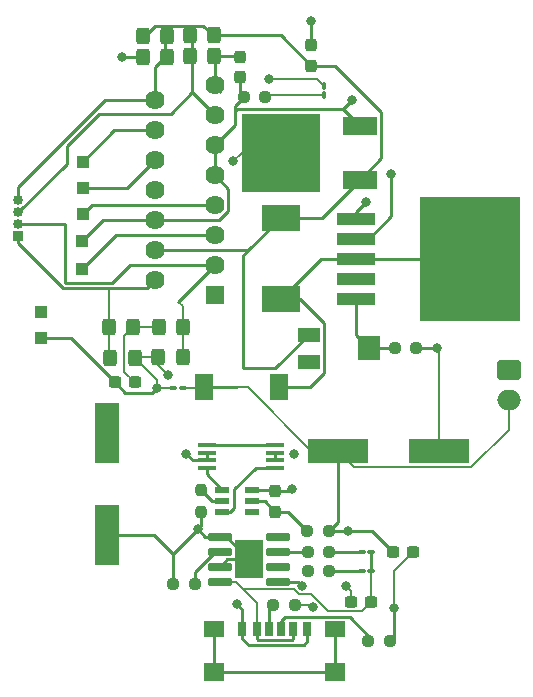
<source format=gtl>
%TF.GenerationSoftware,KiCad,Pcbnew,7.0.5-0*%
%TF.CreationDate,2024-11-17T18:20:44-05:00*%
%TF.ProjectId,PCB_design,5043425f-6465-4736-9967-6e2e6b696361,rev?*%
%TF.SameCoordinates,Original*%
%TF.FileFunction,Copper,L1,Top*%
%TF.FilePolarity,Positive*%
%FSLAX46Y46*%
G04 Gerber Fmt 4.6, Leading zero omitted, Abs format (unit mm)*
G04 Created by KiCad (PCBNEW 7.0.5-0) date 2024-11-17 18:20:44*
%MOMM*%
%LPD*%
G01*
G04 APERTURE LIST*
G04 Aperture macros list*
%AMRoundRect*
0 Rectangle with rounded corners*
0 $1 Rounding radius*
0 $2 $3 $4 $5 $6 $7 $8 $9 X,Y pos of 4 corners*
0 Add a 4 corners polygon primitive as box body*
4,1,4,$2,$3,$4,$5,$6,$7,$8,$9,$2,$3,0*
0 Add four circle primitives for the rounded corners*
1,1,$1+$1,$2,$3*
1,1,$1+$1,$4,$5*
1,1,$1+$1,$6,$7*
1,1,$1+$1,$8,$9*
0 Add four rect primitives between the rounded corners*
20,1,$1+$1,$2,$3,$4,$5,0*
20,1,$1+$1,$4,$5,$6,$7,0*
20,1,$1+$1,$6,$7,$8,$9,0*
20,1,$1+$1,$8,$9,$2,$3,0*%
G04 Aperture macros list end*
%TA.AperFunction,SMDPad,CuDef*%
%ADD10RoundRect,0.250000X-0.325000X-0.450000X0.325000X-0.450000X0.325000X0.450000X-0.325000X0.450000X0*%
%TD*%
%TA.AperFunction,SMDPad,CuDef*%
%ADD11RoundRect,0.250000X0.325000X0.450000X-0.325000X0.450000X-0.325000X-0.450000X0.325000X-0.450000X0*%
%TD*%
%TA.AperFunction,SMDPad,CuDef*%
%ADD12RoundRect,0.100000X0.217500X0.100000X-0.217500X0.100000X-0.217500X-0.100000X0.217500X-0.100000X0*%
%TD*%
%TA.AperFunction,SMDPad,CuDef*%
%ADD13R,3.000000X1.600000*%
%TD*%
%TA.AperFunction,SMDPad,CuDef*%
%ADD14R,6.700000X6.700000*%
%TD*%
%TA.AperFunction,ComponentPad*%
%ADD15R,1.000000X1.000000*%
%TD*%
%TA.AperFunction,SMDPad,CuDef*%
%ADD16RoundRect,0.237500X-0.300000X-0.237500X0.300000X-0.237500X0.300000X0.237500X-0.300000X0.237500X0*%
%TD*%
%TA.AperFunction,SMDPad,CuDef*%
%ADD17RoundRect,0.237500X0.250000X0.237500X-0.250000X0.237500X-0.250000X-0.237500X0.250000X-0.237500X0*%
%TD*%
%TA.AperFunction,SMDPad,CuDef*%
%ADD18RoundRect,0.237500X-0.250000X-0.237500X0.250000X-0.237500X0.250000X0.237500X-0.250000X0.237500X0*%
%TD*%
%TA.AperFunction,SMDPad,CuDef*%
%ADD19R,0.700000X1.200000*%
%TD*%
%TA.AperFunction,SMDPad,CuDef*%
%ADD20R,0.760000X1.200000*%
%TD*%
%TA.AperFunction,SMDPad,CuDef*%
%ADD21R,0.800000X1.200000*%
%TD*%
%TA.AperFunction,SMDPad,CuDef*%
%ADD22R,1.800000X1.350000*%
%TD*%
%TA.AperFunction,SMDPad,CuDef*%
%ADD23R,1.800000X1.500000*%
%TD*%
%TA.AperFunction,ComponentPad*%
%ADD24R,1.620000X1.620000*%
%TD*%
%TA.AperFunction,ComponentPad*%
%ADD25C,1.620000*%
%TD*%
%TA.AperFunction,SMDPad,CuDef*%
%ADD26R,5.100000X2.150000*%
%TD*%
%TA.AperFunction,SMDPad,CuDef*%
%ADD27RoundRect,0.237500X0.300000X0.237500X-0.300000X0.237500X-0.300000X-0.237500X0.300000X-0.237500X0*%
%TD*%
%TA.AperFunction,ComponentPad*%
%ADD28R,0.850000X0.850000*%
%TD*%
%TA.AperFunction,ComponentPad*%
%ADD29O,0.850000X0.850000*%
%TD*%
%TA.AperFunction,SMDPad,CuDef*%
%ADD30RoundRect,0.100000X-0.217500X-0.100000X0.217500X-0.100000X0.217500X0.100000X-0.217500X0.100000X0*%
%TD*%
%TA.AperFunction,SMDPad,CuDef*%
%ADD31R,3.210000X1.050000*%
%TD*%
%TA.AperFunction,SMDPad,CuDef*%
%ADD32R,8.460000X10.530000*%
%TD*%
%TA.AperFunction,SMDPad,CuDef*%
%ADD33R,3.200000X2.250000*%
%TD*%
%TA.AperFunction,SMDPad,CuDef*%
%ADD34RoundRect,0.050000X-0.730000X-0.150000X0.730000X-0.150000X0.730000X0.150000X-0.730000X0.150000X0*%
%TD*%
%TA.AperFunction,SMDPad,CuDef*%
%ADD35R,2.150000X5.100000*%
%TD*%
%TA.AperFunction,ComponentPad*%
%ADD36RoundRect,0.250000X-0.750000X0.600000X-0.750000X-0.600000X0.750000X-0.600000X0.750000X0.600000X0*%
%TD*%
%TA.AperFunction,ComponentPad*%
%ADD37O,2.000000X1.700000*%
%TD*%
%TA.AperFunction,SMDPad,CuDef*%
%ADD38R,1.500000X2.200000*%
%TD*%
%TA.AperFunction,SMDPad,CuDef*%
%ADD39RoundRect,0.075000X-0.910000X-0.225000X0.910000X-0.225000X0.910000X0.225000X-0.910000X0.225000X0*%
%TD*%
%TA.AperFunction,SMDPad,CuDef*%
%ADD40R,2.413000X3.302000*%
%TD*%
%TA.AperFunction,SMDPad,CuDef*%
%ADD41R,1.900000X1.300000*%
%TD*%
%TA.AperFunction,SMDPad,CuDef*%
%ADD42R,1.900000X2.000000*%
%TD*%
%TA.AperFunction,SMDPad,CuDef*%
%ADD43RoundRect,0.237500X-0.237500X0.250000X-0.237500X-0.250000X0.237500X-0.250000X0.237500X0.250000X0*%
%TD*%
%TA.AperFunction,SMDPad,CuDef*%
%ADD44R,1.210000X0.590000*%
%TD*%
%TA.AperFunction,SMDPad,CuDef*%
%ADD45RoundRect,0.100000X-0.100000X0.217500X-0.100000X-0.217500X0.100000X-0.217500X0.100000X0.217500X0*%
%TD*%
%TA.AperFunction,SMDPad,CuDef*%
%ADD46RoundRect,0.237500X0.237500X-0.300000X0.237500X0.300000X-0.237500X0.300000X-0.237500X-0.300000X0*%
%TD*%
%TA.AperFunction,ViaPad*%
%ADD47C,0.800000*%
%TD*%
%TA.AperFunction,Conductor*%
%ADD48C,0.250000*%
%TD*%
%TA.AperFunction,Conductor*%
%ADD49C,0.200000*%
%TD*%
%ADD50C,0.350000*%
G04 APERTURE END LIST*
D10*
%TO.P,D5,1,K*%
%TO.N,Boost_Out*%
X92297500Y-64230000D03*
%TO.P,D5,2,A*%
%TO.N,OUT2*%
X94347500Y-64230000D03*
%TD*%
%TO.P,D8,1,K*%
%TO.N,OUT1*%
X88197500Y-66870000D03*
%TO.P,D8,2,A*%
%TO.N,GND_Arduino1*%
X90247500Y-66870000D03*
%TD*%
D11*
%TO.P,D7,1,K*%
%TO.N,Boost_Out*%
X90132500Y-64240000D03*
%TO.P,D7,2,A*%
%TO.N,OUT1*%
X88082500Y-64240000D03*
%TD*%
%TO.P,D6,1,K*%
%TO.N,OUT2*%
X94310000Y-66780000D03*
%TO.P,D6,2,A*%
%TO.N,GND_Arduino1*%
X92260000Y-66780000D03*
%TD*%
D10*
%TO.P,D4,1,K*%
%TO.N,OUT3*%
X94945000Y-41308750D03*
%TO.P,D4,2,A*%
%TO.N,GND_Arduino1*%
X96995000Y-41308750D03*
%TD*%
D11*
%TO.P,D3,1,K*%
%TO.N,Boost_Out*%
X96992500Y-39538750D03*
%TO.P,D3,2,A*%
%TO.N,OUT3*%
X94942500Y-39538750D03*
%TD*%
%TO.P,D2,1,K*%
%TO.N,OUT4*%
X92995000Y-41355000D03*
%TO.P,D2,2,A*%
%TO.N,GND_Arduino1*%
X90945000Y-41355000D03*
%TD*%
D10*
%TO.P,D1,1,K*%
%TO.N,Boost_Out*%
X90972500Y-39605000D03*
%TO.P,D1,2,A*%
%TO.N,OUT4*%
X93022500Y-39605000D03*
%TD*%
D12*
%TO.P,C5,1*%
%TO.N,Bat+*%
X94342500Y-69405000D03*
%TO.P,C5,2*%
%TO.N,GND_Arduino1*%
X93527500Y-69405000D03*
%TD*%
D13*
%TO.P,U2,1,IN*%
%TO.N,Boost_Out*%
X109285000Y-51785000D03*
D14*
%TO.P,U2,2,GND*%
%TO.N,GND_Arduino1*%
X102635000Y-49485000D03*
D13*
%TO.P,U2,3,OUT*%
%TO.N,+5V Arduino*%
X109285000Y-47185000D03*
%TD*%
D15*
%TO.P,J3,1,Pin_1*%
%TO.N,+5V Arduino*%
X85815000Y-56985000D03*
%TD*%
D16*
%TO.P,C9,1*%
%TO.N,Bat+*%
X112127500Y-83320000D03*
%TO.P,C9,2*%
%TO.N,GND_Arduino1*%
X113852500Y-83320000D03*
%TD*%
D17*
%TO.P,R6,1*%
%TO.N,Net-(D11-K)*%
X106717500Y-83285000D03*
%TO.P,R6,2*%
%TO.N,Charge*%
X104892500Y-83285000D03*
%TD*%
D18*
%TO.P,R3,1*%
%TO.N,Net-(VR1-FB)*%
X112262500Y-66035000D03*
%TO.P,R3,2*%
%TO.N,GND_Arduino1*%
X114087500Y-66035000D03*
%TD*%
D19*
%TO.P,J9,A5,CC1*%
%TO.N,Net-(J9-CC1)*%
X101610000Y-89770000D03*
D20*
%TO.P,J9,A9,VBUS*%
%TO.N,Net-(D10-A)*%
X103630000Y-89770000D03*
D21*
%TO.P,J9,A12,GND*%
%TO.N,GND_Arduino1*%
X104860000Y-89770000D03*
D19*
%TO.P,J9,B5,CC2*%
%TO.N,Net-(J9-CC2)*%
X102610000Y-89770000D03*
D20*
%TO.P,J9,B9,VBUS*%
%TO.N,Net-(D10-A)*%
X100590000Y-89770000D03*
D21*
%TO.P,J9,B12,GND*%
%TO.N,GND_Arduino1*%
X99360000Y-89770000D03*
D22*
%TO.P,J9,S1,SHIELD*%
%TO.N,unconnected-(J9-SHIELD-PadS1)*%
X96985000Y-89825000D03*
D23*
X96985000Y-93405000D03*
D22*
X107235000Y-89825000D03*
D23*
X107235000Y-93405000D03*
%TD*%
D18*
%TO.P,R1,1*%
%TO.N,Net-(J9-CC1)*%
X101982500Y-87775000D03*
%TO.P,R1,2*%
%TO.N,GND_Arduino1*%
X103807500Y-87775000D03*
%TD*%
D24*
%TO.P,U1,1,SENSE_A*%
%TO.N,GND_Arduino1*%
X97035000Y-61545000D03*
D25*
%TO.P,U1,2,OUT1*%
%TO.N,OUT1*%
X91955000Y-60275000D03*
%TO.P,U1,3,OUT2*%
%TO.N,OUT2*%
X97035000Y-59005000D03*
%TO.P,U1,4,Vs*%
%TO.N,Boost_Out*%
X91955000Y-57735000D03*
%TO.P,U1,5,IN1*%
%TO.N,A0*%
X97035000Y-56465000D03*
%TO.P,U1,6,EnA*%
%TO.N,+5V Arduino*%
X91955000Y-55195000D03*
%TO.P,U1,7,IN2*%
%TO.N,A1*%
X97035000Y-53925000D03*
%TO.P,U1,8,GND*%
%TO.N,GND_Arduino1*%
X91955000Y-52655000D03*
%TO.P,U1,9,Vss*%
%TO.N,+5V Arduino*%
X97035000Y-51385000D03*
%TO.P,U1,10,IN3*%
%TO.N,A2*%
X91955000Y-50115000D03*
%TO.P,U1,11,EnB*%
%TO.N,+5V Arduino*%
X97035000Y-48845000D03*
%TO.P,U1,12,IN4*%
%TO.N,A3*%
X91955000Y-47575000D03*
%TO.P,U1,13,OUT3*%
%TO.N,OUT3*%
X97035000Y-46305000D03*
%TO.P,U1,14,OUT4*%
%TO.N,OUT4*%
X91955000Y-45035000D03*
%TO.P,U1,15,SENSE_B*%
%TO.N,GND_Arduino1*%
X97035000Y-43765000D03*
%TD*%
D26*
%TO.P,C4,1*%
%TO.N,Bat+*%
X107435000Y-74715000D03*
%TO.P,C4,2*%
%TO.N,GND_Arduino1*%
X116035000Y-74715000D03*
%TD*%
D27*
%TO.P,C2,1*%
%TO.N,Boost_Out*%
X90282500Y-68930000D03*
%TO.P,C2,2*%
%TO.N,GND_Arduino1*%
X88557500Y-68930000D03*
%TD*%
D28*
%TO.P,J2,1,Pin_1*%
%TO.N,OUT1*%
X80345000Y-56495000D03*
D29*
%TO.P,J2,2,Pin_2*%
%TO.N,OUT2*%
X80345000Y-55495000D03*
%TO.P,J2,3,Pin_3*%
%TO.N,OUT3*%
X80345000Y-54495000D03*
%TO.P,J2,4,Pin_4*%
%TO.N,OUT4*%
X80345000Y-53495000D03*
%TD*%
D30*
%TO.P,D10,1,K*%
%TO.N,Net-(D10-K)*%
X109477500Y-84915000D03*
%TO.P,D10,2,A*%
%TO.N,Net-(D10-A)*%
X110292500Y-84915000D03*
%TD*%
D31*
%TO.P,VR1,1,GND*%
%TO.N,GND_Arduino1*%
X108975000Y-55055000D03*
%TO.P,VR1,2,EN*%
%TO.N,+5V Arduino*%
X108975000Y-56755000D03*
%TO.P,VR1,3,SW*%
%TO.N,Net-(D9-B)*%
X108975000Y-58455000D03*
%TO.P,VR1,4,VIN*%
%TO.N,Bat+*%
X108975000Y-60155000D03*
%TO.P,VR1,5,FB*%
%TO.N,Net-(VR1-FB)*%
X108975000Y-61855000D03*
D32*
%TO.P,VR1,6,SW*%
%TO.N,Net-(D9-B)*%
X118605000Y-58455000D03*
%TD*%
D33*
%TO.P,D9,1,A*%
%TO.N,Boost_Out*%
X102645000Y-54965000D03*
%TO.P,D9,2,B*%
%TO.N,Net-(D9-B)*%
X102645000Y-61865000D03*
%TD*%
D18*
%TO.P,R8,1*%
%TO.N,Net-(U4-VCC)*%
X104855000Y-81485000D03*
%TO.P,R8,2*%
%TO.N,Bat+*%
X106680000Y-81485000D03*
%TD*%
D15*
%TO.P,J10,1,Pin_1*%
%TO.N,GND_Arduino1*%
X82315000Y-63005000D03*
%TD*%
D34*
%TO.P,Q1,1*%
%TO.N,Net-(Q1-Pad1)*%
X96365000Y-74230000D03*
%TO.P,Q1,2*%
%TO.N,Batt-*%
X96365000Y-74880000D03*
%TO.P,Q1,3*%
X96365000Y-75530000D03*
%TO.P,Q1,4*%
%TO.N,Net-(U4-OD)*%
X96365000Y-76180000D03*
%TO.P,Q1,5*%
%TO.N,Net-(U4-OC)*%
X102125000Y-76180000D03*
%TO.P,Q1,6*%
%TO.N,GND_Arduino1*%
X102125000Y-75530000D03*
%TO.P,Q1,7*%
X102125000Y-74880000D03*
%TO.P,Q1,8*%
%TO.N,Net-(Q1-Pad1)*%
X102125000Y-74230000D03*
%TD*%
D35*
%TO.P,C7,1*%
%TO.N,Boost_Out*%
X87925000Y-73205000D03*
%TO.P,C7,2*%
%TO.N,GND_Arduino1*%
X87925000Y-81805000D03*
%TD*%
D36*
%TO.P,J4,1,Pin_1*%
%TO.N,Batt-*%
X121902500Y-67885000D03*
D37*
%TO.P,J4,2,Pin_2*%
%TO.N,Bat+*%
X121902500Y-70385000D03*
%TD*%
D18*
%TO.P,R9,1*%
%TO.N,+5V Arduino*%
X99480000Y-44775000D03*
%TO.P,R9,2*%
%TO.N,Net-(D17-A)*%
X101305000Y-44775000D03*
%TD*%
D38*
%TO.P,L1,1,1*%
%TO.N,Bat+*%
X96085000Y-69335000D03*
%TO.P,L1,2,2*%
%TO.N,Net-(D9-B)*%
X102485000Y-69335000D03*
%TD*%
D15*
%TO.P,J11,1,Pin_1*%
%TO.N,GND_Arduino1*%
X82305000Y-65195000D03*
%TD*%
D39*
%TO.P,U3,1,TEMP*%
%TO.N,GND_Arduino1*%
X97440000Y-82005000D03*
%TO.P,U3,2,PROG*%
%TO.N,Net-(U3-PROG)*%
X97440000Y-83275000D03*
%TO.P,U3,3,GND*%
%TO.N,GND_Arduino1*%
X97440000Y-84545000D03*
%TO.P,U3,4,VCC*%
%TO.N,Net-(D10-A)*%
X97440000Y-85815000D03*
%TO.P,U3,5,BAT*%
%TO.N,Bat+*%
X102390000Y-85815000D03*
%TO.P,U3,6,~{STDBY}*%
%TO.N,Hold*%
X102390000Y-84545000D03*
%TO.P,U3,7,~{CHRG}*%
%TO.N,Charge*%
X102390000Y-83275000D03*
%TO.P,U3,8,CE*%
%TO.N,Net-(D10-A)*%
X102390000Y-82005000D03*
D40*
%TO.P,U3,9,EP*%
%TO.N,GND_Arduino1*%
X99915000Y-83910000D03*
%TD*%
D17*
%TO.P,R_PROG1,1*%
%TO.N,Net-(U3-PROG)*%
X95330000Y-85955000D03*
%TO.P,R_PROG1,2*%
%TO.N,GND_Arduino1*%
X93505000Y-85955000D03*
%TD*%
D41*
%TO.P,R4,1*%
%TO.N,Boost_Out*%
X104985000Y-64885000D03*
D42*
%TO.P,R4,2*%
%TO.N,Net-(VR1-FB)*%
X110085000Y-66035000D03*
D41*
%TO.P,R4,3*%
%TO.N,N/C*%
X104985000Y-67185000D03*
%TD*%
D30*
%TO.P,D11,1,K*%
%TO.N,Net-(D11-K)*%
X109480000Y-83315000D03*
%TO.P,D11,2,A*%
%TO.N,Net-(D10-A)*%
X110295000Y-83315000D03*
%TD*%
D43*
%TO.P,R7,1*%
%TO.N,Net-(U4-CS)*%
X95855000Y-78062500D03*
%TO.P,R7,2*%
%TO.N,GND_Arduino1*%
X95855000Y-79887500D03*
%TD*%
D44*
%TO.P,U4,1,OD*%
%TO.N,Net-(U4-OD)*%
X97680000Y-78035000D03*
%TO.P,U4,2,CS*%
%TO.N,Net-(U4-CS)*%
X97680000Y-78985000D03*
%TO.P,U4,3,OC*%
%TO.N,Net-(U4-OC)*%
X97680000Y-79935000D03*
%TO.P,U4,4,TD*%
%TO.N,unconnected-(U4-TD-Pad4)*%
X100190000Y-79935000D03*
%TO.P,U4,5,VCC*%
%TO.N,Net-(U4-VCC)*%
X100190000Y-78985000D03*
%TO.P,U4,6,GND*%
%TO.N,Batt-*%
X100190000Y-78035000D03*
%TD*%
D45*
%TO.P,D17,1,K*%
%TO.N,GND_Arduino1*%
X106245000Y-43802500D03*
%TO.P,D17,2,A*%
%TO.N,Net-(D17-A)*%
X106245000Y-44617500D03*
%TD*%
D15*
%TO.P,J6,1,Pin_1*%
%TO.N,A1*%
X85845000Y-54685000D03*
%TD*%
D18*
%TO.P,R2,1*%
%TO.N,Net-(J9-CC2)*%
X110012500Y-90855000D03*
%TO.P,R2,2*%
%TO.N,GND_Arduino1*%
X111837500Y-90855000D03*
%TD*%
D15*
%TO.P,J5,1,Pin_1*%
%TO.N,A0*%
X85785000Y-59365000D03*
%TD*%
D46*
%TO.P,C10,1*%
%TO.N,Net-(U4-VCC)*%
X102135000Y-79857500D03*
%TO.P,C10,2*%
%TO.N,Batt-*%
X102135000Y-78132500D03*
%TD*%
D15*
%TO.P,J7,1,Pin_1*%
%TO.N,A2*%
X85845000Y-52435000D03*
%TD*%
%TO.P,J8,1,Pin_1*%
%TO.N,A3*%
X85845000Y-50245000D03*
%TD*%
D17*
%TO.P,R5,1*%
%TO.N,Net-(D10-K)*%
X106717500Y-84895000D03*
%TO.P,R5,2*%
%TO.N,Hold*%
X104892500Y-84895000D03*
%TD*%
D27*
%TO.P,C8,1*%
%TO.N,Net-(D10-A)*%
X110292500Y-87540000D03*
%TO.P,C8,2*%
%TO.N,GND_Arduino1*%
X108567500Y-87540000D03*
%TD*%
D46*
%TO.P,C1,1*%
%TO.N,+5V Arduino*%
X99165000Y-43077500D03*
%TO.P,C1,2*%
%TO.N,GND_Arduino1*%
X99165000Y-41352500D03*
%TD*%
%TO.P,C6,1*%
%TO.N,Boost_Out*%
X105205000Y-42117500D03*
%TO.P,C6,2*%
%TO.N,GND_Arduino1*%
X105205000Y-40392500D03*
%TD*%
D47*
%TO.N,+5V Arduino*%
X111965000Y-51265000D03*
X108615000Y-45045000D03*
%TO.N,GND_Arduino1*%
X98895000Y-87725000D03*
X108115000Y-86155500D03*
X115825000Y-66015000D03*
X89205000Y-41335000D03*
X109875000Y-53625000D03*
X101625000Y-43265000D03*
X93090000Y-68270000D03*
X95575000Y-81365000D03*
X92105000Y-69415000D03*
X112245000Y-88065000D03*
X105310000Y-87980000D03*
X105185000Y-38335000D03*
X103775000Y-75005000D03*
X98575000Y-50215000D03*
%TO.N,Bat+*%
X104435000Y-86135000D03*
X108325000Y-81525000D03*
%TO.N,Batt-*%
X103585000Y-77925000D03*
X94605000Y-74955000D03*
%TD*%
D48*
%TO.N,OUT1*%
X84143604Y-60960000D02*
X88080000Y-60960000D01*
X88080000Y-60960000D02*
X91270000Y-60960000D01*
D49*
X88080000Y-64237500D02*
X88080000Y-60960000D01*
X88082500Y-64240000D02*
X88080000Y-64237500D01*
X88082500Y-64240000D02*
X88082500Y-66755000D01*
X88082500Y-66755000D02*
X88197500Y-66870000D01*
%TO.N,GND_Arduino1*%
X90247500Y-66870000D02*
X90337500Y-66780000D01*
X90337500Y-66780000D02*
X92260000Y-66780000D01*
X92260000Y-66780000D02*
X92260000Y-67440000D01*
X92260000Y-67440000D02*
X93090000Y-68270000D01*
%TO.N,OUT2*%
X94347500Y-64230000D02*
X94347500Y-62472500D01*
X94347500Y-62472500D02*
X93957500Y-62082500D01*
X94347500Y-64230000D02*
X94347500Y-66742500D01*
X94347500Y-66742500D02*
X94310000Y-66780000D01*
%TO.N,Boost_Out*%
X90132500Y-64240000D02*
X92287500Y-64240000D01*
X92287500Y-64240000D02*
X92297500Y-64230000D01*
X90282500Y-68930000D02*
X89372500Y-68020000D01*
X89372500Y-68020000D02*
X89372500Y-65000000D01*
X89372500Y-65000000D02*
X90132500Y-64240000D01*
%TO.N,GND_Arduino1*%
X92105000Y-69415000D02*
X92105000Y-68727500D01*
X92105000Y-68727500D02*
X90247500Y-66870000D01*
D48*
X88557500Y-68930000D02*
X89437500Y-69810000D01*
X89437500Y-69810000D02*
X91710000Y-69810000D01*
X91710000Y-69810000D02*
X92105000Y-69415000D01*
X82305000Y-65195000D02*
X84822500Y-65195000D01*
X84822500Y-65195000D02*
X88557500Y-68930000D01*
%TO.N,+5V Arduino*%
X110055000Y-56755000D02*
X111965000Y-54845000D01*
X99165000Y-44460000D02*
X99480000Y-44775000D01*
X97370133Y-55195000D02*
X98170000Y-54395133D01*
X91825000Y-55065000D02*
X91955000Y-55195000D01*
X108975000Y-56755000D02*
X110055000Y-56755000D01*
X107910000Y-45810000D02*
X107910000Y-45750000D01*
X98170000Y-52520000D02*
X97035000Y-51385000D01*
X107910000Y-45750000D02*
X108615000Y-45045000D01*
X97035000Y-48845000D02*
X97035000Y-51385000D01*
X98720000Y-47160000D02*
X97035000Y-48845000D01*
X87605000Y-55195000D02*
X91955000Y-55195000D01*
X98875000Y-45810000D02*
X98720000Y-45965000D01*
X85815000Y-56985000D02*
X87605000Y-55195000D01*
X91955000Y-55195000D02*
X97370133Y-55195000D01*
X109285000Y-47185000D02*
X107910000Y-45810000D01*
X99165000Y-43077500D02*
X99165000Y-44460000D01*
X99480000Y-44775000D02*
X98720000Y-45535000D01*
X98720000Y-45965000D02*
X98720000Y-47160000D01*
X98720000Y-45535000D02*
X98720000Y-45965000D01*
X107910000Y-45810000D02*
X98875000Y-45810000D01*
X98170000Y-54395133D02*
X98170000Y-52520000D01*
X111965000Y-54845000D02*
X111965000Y-51265000D01*
%TO.N,GND_Arduino1*%
X95855000Y-79887500D02*
X95855000Y-81085000D01*
X108294500Y-86335000D02*
X108115000Y-86155500D01*
D49*
X108567500Y-87540000D02*
X108567500Y-86608000D01*
X103807500Y-87775000D02*
X105105000Y-87775000D01*
D48*
X99121250Y-41308750D02*
X99165000Y-41352500D01*
X97480000Y-44295000D02*
X97482500Y-44297500D01*
X96215000Y-82005000D02*
X95575000Y-81365000D01*
X87925000Y-81805000D02*
X91875000Y-81805000D01*
X108094500Y-86135000D02*
X108115000Y-86155500D01*
X97035000Y-41498750D02*
X97035000Y-43765000D01*
D49*
X105105000Y-87775000D02*
X105310000Y-87980000D01*
D48*
X98075000Y-83910000D02*
X97440000Y-84545000D01*
X91095000Y-41355000D02*
X89225000Y-41355000D01*
X97472500Y-44307500D02*
X97482500Y-44297500D01*
D49*
X116035000Y-66225000D02*
X115825000Y-66015000D01*
D48*
X99915000Y-83910000D02*
X98075000Y-83910000D01*
X98010000Y-82005000D02*
X99915000Y-83910000D01*
X115805000Y-66035000D02*
X115825000Y-66015000D01*
X99360000Y-90620000D02*
X99885000Y-91145000D01*
X95145000Y-81795000D02*
X95575000Y-81365000D01*
D49*
X93527500Y-69405000D02*
X92115000Y-69405000D01*
D48*
X103650000Y-74880000D02*
X103610000Y-74880000D01*
X104565000Y-91145000D02*
X104860000Y-90850000D01*
X96845000Y-41308750D02*
X99121250Y-41308750D01*
D49*
X99305000Y-49485000D02*
X98575000Y-50215000D01*
D48*
X111837500Y-90855000D02*
X112245000Y-90447500D01*
X105205000Y-38355000D02*
X105185000Y-38335000D01*
X108975000Y-55055000D02*
X108975000Y-54525000D01*
X99360000Y-89770000D02*
X99360000Y-88190000D01*
X95855000Y-81085000D02*
X95575000Y-81365000D01*
X108975000Y-54525000D02*
X109875000Y-53625000D01*
X102125000Y-74880000D02*
X102125000Y-75530000D01*
X104860000Y-90850000D02*
X104860000Y-89770000D01*
D49*
X92115000Y-69405000D02*
X92105000Y-69415000D01*
X112245000Y-84927500D02*
X112245000Y-88065000D01*
D48*
X112245000Y-90447500D02*
X112245000Y-88065000D01*
X103775000Y-75005000D02*
X103650000Y-74880000D01*
X99360000Y-89770000D02*
X99360000Y-90620000D01*
X97440000Y-82005000D02*
X98010000Y-82005000D01*
X99885000Y-91145000D02*
X104565000Y-91145000D01*
X96845000Y-41308750D02*
X97035000Y-41498750D01*
X105205000Y-40392500D02*
X105205000Y-38355000D01*
X91875000Y-81805000D02*
X93505000Y-83435000D01*
D49*
X105707500Y-43265000D02*
X106245000Y-43802500D01*
D48*
X115695000Y-66145000D02*
X115825000Y-66015000D01*
X99485000Y-41327500D02*
X99480000Y-41332500D01*
D49*
X102635000Y-49485000D02*
X99305000Y-49485000D01*
X108567500Y-86608000D02*
X108115000Y-86155500D01*
D48*
X89225000Y-41355000D02*
X89205000Y-41335000D01*
D49*
X116035000Y-74715000D02*
X116035000Y-66225000D01*
D48*
X97440000Y-82005000D02*
X96215000Y-82005000D01*
D49*
X113852500Y-83320000D02*
X112245000Y-84927500D01*
D48*
X114087500Y-66035000D02*
X115805000Y-66035000D01*
X93505000Y-83435000D02*
X95575000Y-81365000D01*
X99360000Y-88190000D02*
X98895000Y-87725000D01*
D49*
X101625000Y-43265000D02*
X105707500Y-43265000D01*
D48*
X93505000Y-85955000D02*
X93505000Y-83435000D01*
%TO.N,A0*%
X88685000Y-56465000D02*
X85785000Y-59365000D01*
X97035000Y-56465000D02*
X88685000Y-56465000D01*
%TO.N,A1*%
X86605000Y-53925000D02*
X97035000Y-53925000D01*
X85845000Y-54685000D02*
X86605000Y-53925000D01*
%TO.N,A2*%
X85845000Y-52435000D02*
X89635000Y-52435000D01*
X89635000Y-52435000D02*
X91955000Y-50115000D01*
%TO.N,A3*%
X91955000Y-47575000D02*
X88515000Y-47575000D01*
X88515000Y-47575000D02*
X85845000Y-50245000D01*
D49*
%TO.N,Bat+*%
X108810000Y-76090000D02*
X118750000Y-76090000D01*
D48*
X106680000Y-81485000D02*
X107435000Y-80730000D01*
X104115000Y-85815000D02*
X104435000Y-86135000D01*
X106680000Y-81485000D02*
X108285000Y-81485000D01*
D49*
X94342500Y-69405000D02*
X96015000Y-69405000D01*
X105195000Y-74715000D02*
X99815000Y-69335000D01*
D48*
X107045000Y-74655000D02*
X107095000Y-74705000D01*
X108285000Y-81485000D02*
X108325000Y-81525000D01*
X108325000Y-81525000D02*
X110332500Y-81525000D01*
D49*
X121902500Y-72937500D02*
X121902500Y-70385000D01*
X96015000Y-69405000D02*
X96085000Y-69335000D01*
D48*
X96085000Y-69335000D02*
X98925000Y-69335000D01*
D49*
X118750000Y-76090000D02*
X121902500Y-72937500D01*
D48*
X108975000Y-60155000D02*
X107895000Y-60155000D01*
X110332500Y-81525000D02*
X112127500Y-83320000D01*
X107435000Y-80730000D02*
X107435000Y-74715000D01*
D49*
X99815000Y-69335000D02*
X98925000Y-69335000D01*
X107435000Y-74715000D02*
X105195000Y-74715000D01*
X107435000Y-74715000D02*
X108810000Y-76090000D01*
D48*
X102390000Y-85815000D02*
X104115000Y-85815000D01*
%TO.N,Boost_Out*%
X102135000Y-67735000D02*
X99405000Y-67735000D01*
X99875000Y-57735000D02*
X99880000Y-57730000D01*
X99405000Y-58205000D02*
X99405000Y-67735000D01*
X109285000Y-51785000D02*
X106105000Y-54965000D01*
X107167500Y-42117500D02*
X111110000Y-46060000D01*
X104985000Y-64885000D02*
X102135000Y-67735000D01*
X96042500Y-38738750D02*
X91988750Y-38738750D01*
X96842500Y-39538750D02*
X102626250Y-39538750D01*
X96842500Y-39538750D02*
X96042500Y-38738750D01*
X106105000Y-54965000D02*
X102645000Y-54965000D01*
X91988750Y-38738750D02*
X91122500Y-39605000D01*
X96856250Y-39525000D02*
X96842500Y-39538750D01*
X102626250Y-39538750D02*
X105205000Y-42117500D01*
X111110000Y-46060000D02*
X111110000Y-49960000D01*
X105205000Y-42117500D02*
X107167500Y-42117500D01*
X87925000Y-73205000D02*
X87925000Y-71730000D01*
X111110000Y-49960000D02*
X109285000Y-51785000D01*
X102645000Y-54965000D02*
X99880000Y-57730000D01*
X91955000Y-57735000D02*
X99875000Y-57735000D01*
X99880000Y-57730000D02*
X99405000Y-58205000D01*
%TO.N,Net-(U4-VCC)*%
X101262500Y-78985000D02*
X102135000Y-79857500D01*
X103227500Y-79857500D02*
X104855000Y-81485000D01*
X100190000Y-78985000D02*
X101262500Y-78985000D01*
X102135000Y-79857500D02*
X103227500Y-79857500D01*
%TO.N,Batt-*%
X95180000Y-75530000D02*
X94605000Y-74955000D01*
X100190000Y-78035000D02*
X102037500Y-78035000D01*
X96365000Y-74880000D02*
X96365000Y-75530000D01*
X102135000Y-78132500D02*
X103377500Y-78132500D01*
X102037500Y-78035000D02*
X102135000Y-78132500D01*
X96365000Y-75530000D02*
X95180000Y-75530000D01*
X103377500Y-78132500D02*
X103585000Y-77925000D01*
%TO.N,OUT4*%
X92845000Y-41355000D02*
X92845000Y-39632500D01*
X92845000Y-41355000D02*
X91955000Y-42245000D01*
X91955000Y-45035000D02*
X87698604Y-45035000D01*
X87698604Y-45035000D02*
X80345000Y-52388604D01*
X91955000Y-42245000D02*
X91955000Y-45035000D01*
X80345000Y-52388604D02*
X80345000Y-53495000D01*
%TO.N,OUT3*%
X95095000Y-41308750D02*
X95095000Y-39541250D01*
X80405661Y-54495000D02*
X84485000Y-50415661D01*
X84485000Y-50415661D02*
X84485000Y-48885000D01*
X80345000Y-54495000D02*
X80405661Y-54495000D01*
X95095000Y-44365000D02*
X97035000Y-46305000D01*
X84485000Y-48885000D02*
X87200000Y-46170000D01*
X93290000Y-46170000D02*
X95095000Y-44365000D01*
X87200000Y-46170000D02*
X93290000Y-46170000D01*
X95095000Y-41308750D02*
X95095000Y-44365000D01*
%TO.N,OUT2*%
X84315000Y-60495000D02*
X84315000Y-55495000D01*
X97035000Y-59005000D02*
X89825495Y-59005000D01*
X84315000Y-55495000D02*
X80345000Y-55495000D01*
X89825495Y-59005000D02*
X88335495Y-60495000D01*
X97035000Y-59005000D02*
X93957500Y-62082500D01*
X88335495Y-60495000D02*
X84315000Y-60495000D01*
%TO.N,OUT1*%
X80345000Y-56495000D02*
X80345000Y-57161396D01*
X80345000Y-57161396D02*
X84143604Y-60960000D01*
X91955000Y-60275000D02*
X91270000Y-60960000D01*
%TO.N,Net-(D10-K)*%
X109457500Y-84895000D02*
X109477500Y-84915000D01*
X106717500Y-84895000D02*
X109457500Y-84895000D01*
%TO.N,Net-(D10-A)*%
X103555000Y-90695000D02*
X100665000Y-90695000D01*
D49*
X110292500Y-87540000D02*
X110292500Y-84915000D01*
X100590000Y-87620000D02*
X100590000Y-89770000D01*
X98831000Y-85861000D02*
X99385000Y-86415000D01*
X109517500Y-88315000D02*
X106634950Y-88315000D01*
X104130140Y-86850000D02*
X103695140Y-86415000D01*
D48*
X110292500Y-83317500D02*
X110295000Y-83315000D01*
X110292500Y-84915000D02*
X110292500Y-83317500D01*
D49*
X98831000Y-85861000D02*
X100590000Y-87620000D01*
X99385000Y-86415000D02*
X103695140Y-86415000D01*
D48*
X100590000Y-90620000D02*
X100590000Y-89770000D01*
D49*
X105169950Y-86850000D02*
X104130140Y-86850000D01*
X106634950Y-88315000D02*
X105169950Y-86850000D01*
D48*
X100665000Y-90695000D02*
X100590000Y-90620000D01*
D49*
X110292500Y-87540000D02*
X109517500Y-88315000D01*
X97486000Y-85861000D02*
X98831000Y-85861000D01*
D48*
X103630000Y-90620000D02*
X103555000Y-90695000D01*
X110300000Y-84922500D02*
X110292500Y-84915000D01*
X103630000Y-89770000D02*
X103630000Y-90620000D01*
D49*
X97440000Y-85815000D02*
X97486000Y-85861000D01*
D48*
%TO.N,Net-(D11-K)*%
X109450000Y-83285000D02*
X109480000Y-83315000D01*
X106717500Y-83285000D02*
X109450000Y-83285000D01*
D49*
%TO.N,Net-(D17-A)*%
X101462500Y-44617500D02*
X106245000Y-44617500D01*
X101315000Y-44785000D02*
X101305000Y-44775000D01*
X101305000Y-44775000D02*
X101462500Y-44617500D01*
D48*
%TO.N,Net-(J9-CC1)*%
X101610000Y-88147500D02*
X101610000Y-89770000D01*
X101982500Y-87775000D02*
X101610000Y-88147500D01*
%TO.N,Net-(J9-CC2)*%
X102610000Y-89770000D02*
X102610000Y-89160000D01*
X110012500Y-90377500D02*
X110012500Y-90855000D01*
X102945000Y-88825000D02*
X108460000Y-88825000D01*
X102610000Y-89160000D02*
X102945000Y-88825000D01*
X108460000Y-88825000D02*
X110012500Y-90377500D01*
%TO.N,unconnected-(J9-SHIELD-PadS1)*%
X107235000Y-89825000D02*
X107235000Y-93405000D01*
X96985000Y-93405000D02*
X107235000Y-93405000D01*
X96985000Y-89825000D02*
X96985000Y-93405000D01*
%TO.N,Net-(D9-B)*%
X105085000Y-69335000D02*
X102485000Y-69335000D01*
X104215000Y-61865000D02*
X106260000Y-63910000D01*
X106260000Y-68160000D02*
X105085000Y-69335000D01*
X108975000Y-58455000D02*
X106055000Y-58455000D01*
X102645000Y-61865000D02*
X104215000Y-61865000D01*
X118605000Y-58455000D02*
X108975000Y-58455000D01*
X106055000Y-58455000D02*
X102645000Y-61865000D01*
X106260000Y-63910000D02*
X106260000Y-68160000D01*
%TO.N,Net-(Q1-Pad1)*%
X96365000Y-74230000D02*
X102125000Y-74230000D01*
%TO.N,Net-(U4-OD)*%
X96365000Y-76180000D02*
X96365000Y-76720000D01*
X96365000Y-76720000D02*
X97680000Y-78035000D01*
%TO.N,Net-(U4-OC)*%
X98685000Y-79530000D02*
X98685000Y-77990000D01*
X97680000Y-79935000D02*
X98280000Y-79935000D01*
X98685000Y-77990000D02*
X100495000Y-76180000D01*
X100495000Y-76180000D02*
X102125000Y-76180000D01*
X98280000Y-79935000D02*
X98685000Y-79530000D01*
%TO.N,Net-(VR1-FB)*%
X110085000Y-66035000D02*
X112262500Y-66035000D01*
X108975000Y-61855000D02*
X108975000Y-64925000D01*
X108975000Y-64925000D02*
X110085000Y-66035000D01*
%TO.N,Charge*%
X102400000Y-83285000D02*
X102390000Y-83275000D01*
X104892500Y-83285000D02*
X102400000Y-83285000D01*
%TO.N,Net-(U4-CS)*%
X96777500Y-78985000D02*
X95855000Y-78062500D01*
X97680000Y-78985000D02*
X96777500Y-78985000D01*
%TO.N,Net-(U3-PROG)*%
X97009315Y-83275000D02*
X97440000Y-83275000D01*
X95330000Y-84954315D02*
X97009315Y-83275000D01*
X95330000Y-85955000D02*
X95330000Y-84954315D01*
%TD*%
D50*
X111965000Y-51265000D03*
X108615000Y-45045000D03*
X98895000Y-87725000D03*
X108115000Y-86155500D03*
X115825000Y-66015000D03*
X89205000Y-41335000D03*
X109875000Y-53625000D03*
X101625000Y-43265000D03*
X93090000Y-68270000D03*
X95575000Y-81365000D03*
X92105000Y-69415000D03*
X112245000Y-88065000D03*
X105310000Y-87980000D03*
X105185000Y-38335000D03*
X103775000Y-75005000D03*
X98575000Y-50215000D03*
X104435000Y-86135000D03*
X108325000Y-81525000D03*
X103585000Y-77925000D03*
X94605000Y-74955000D03*
X85815000Y-56985000D03*
X97035000Y-61545000D03*
X91955000Y-60275000D03*
X97035000Y-59005000D03*
X91955000Y-57735000D03*
X97035000Y-56465000D03*
X91955000Y-55195000D03*
X97035000Y-53925000D03*
X91955000Y-52655000D03*
X97035000Y-51385000D03*
X91955000Y-50115000D03*
X97035000Y-48845000D03*
X91955000Y-47575000D03*
X97035000Y-46305000D03*
X91955000Y-45035000D03*
X97035000Y-43765000D03*
X80345000Y-56495000D03*
X80345000Y-55495000D03*
X80345000Y-54495000D03*
X80345000Y-53495000D03*
X82315000Y-63005000D03*
X121902500Y-67885000D03*
X121902500Y-70385000D03*
X82305000Y-65195000D03*
X85845000Y-54685000D03*
X85785000Y-59365000D03*
X85845000Y-52435000D03*
X85845000Y-50245000D03*
M02*

</source>
